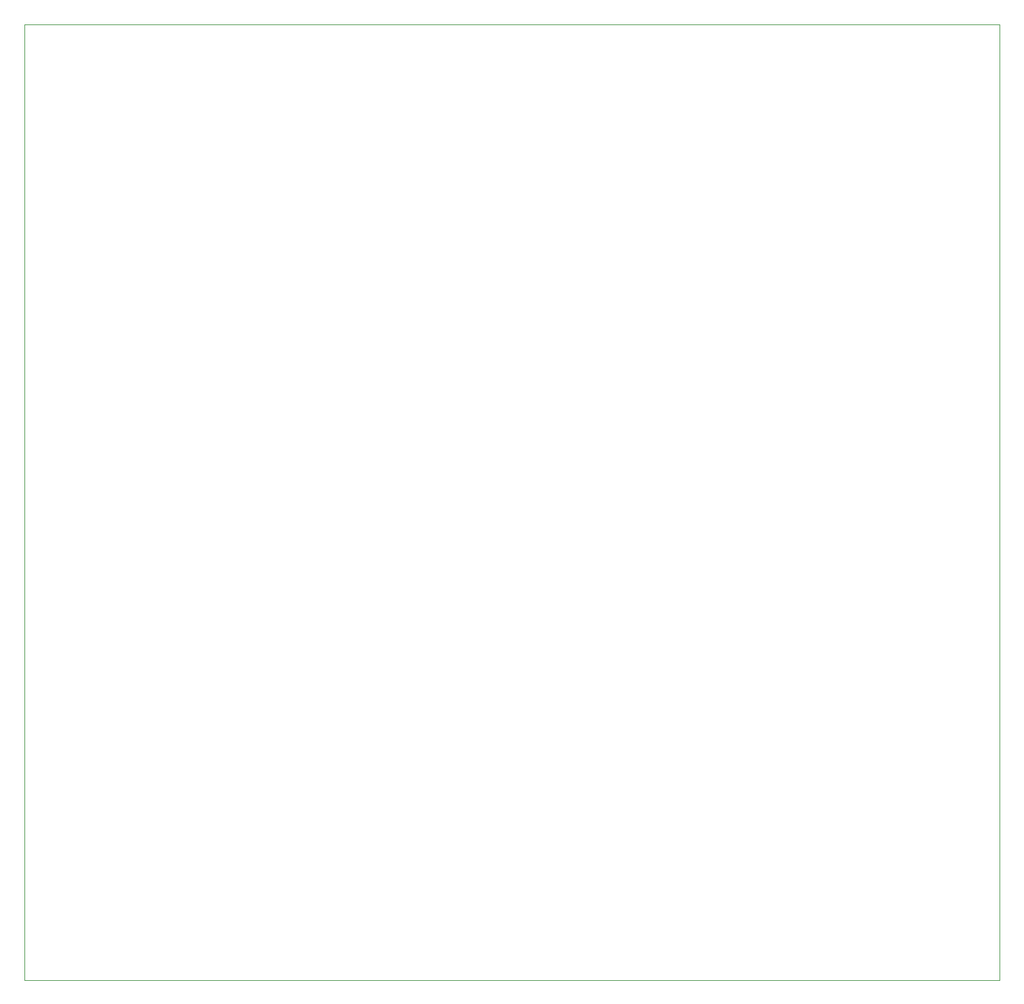
<source format=gbr>
%TF.GenerationSoftware,KiCad,Pcbnew,9.0.4*%
%TF.CreationDate,2025-09-28T00:55:06-04:00*%
%TF.ProjectId,8051,38303531-2e6b-4696-9361-645f70636258,rev?*%
%TF.SameCoordinates,Original*%
%TF.FileFunction,Profile,NP*%
%FSLAX46Y46*%
G04 Gerber Fmt 4.6, Leading zero omitted, Abs format (unit mm)*
G04 Created by KiCad (PCBNEW 9.0.4) date 2025-09-28 00:55:06*
%MOMM*%
%LPD*%
G01*
G04 APERTURE LIST*
%TA.AperFunction,Profile*%
%ADD10C,0.050000*%
%TD*%
G04 APERTURE END LIST*
D10*
X106045000Y-30480000D02*
X234315000Y-30480000D01*
X234315000Y-156210000D01*
X106045000Y-156210000D01*
X106045000Y-30480000D01*
M02*

</source>
